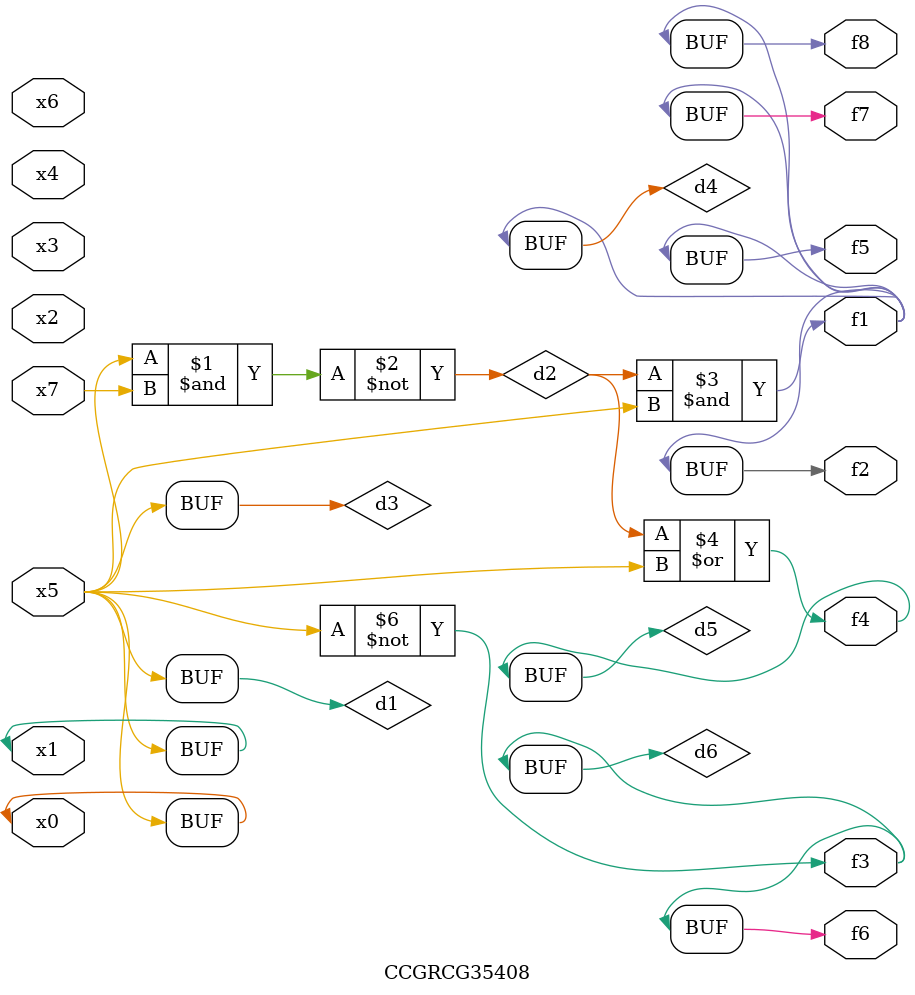
<source format=v>
module CCGRCG35408(
	input x0, x1, x2, x3, x4, x5, x6, x7,
	output f1, f2, f3, f4, f5, f6, f7, f8
);

	wire d1, d2, d3, d4, d5, d6;

	buf (d1, x0, x5);
	nand (d2, x5, x7);
	buf (d3, x0, x1);
	and (d4, d2, d3);
	or (d5, d2, d3);
	nor (d6, d1, d3);
	assign f1 = d4;
	assign f2 = d4;
	assign f3 = d6;
	assign f4 = d5;
	assign f5 = d4;
	assign f6 = d6;
	assign f7 = d4;
	assign f8 = d4;
endmodule

</source>
